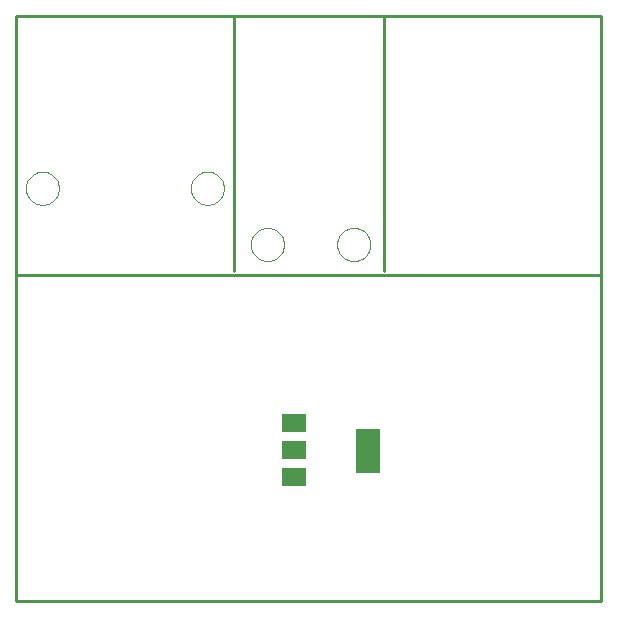
<source format=gbp>
G75*
G70*
%OFA0B0*%
%FSLAX24Y24*%
%IPPOS*%
%LPD*%
%AMOC8*
5,1,8,0,0,1.08239X$1,22.5*
%
%ADD10C,0.0000*%
%ADD11C,0.0100*%
%ADD12R,0.0790X0.0590*%
%ADD13R,0.0790X0.1500*%
D10*
X000750Y000138D02*
X000750Y010995D01*
X020252Y010995D01*
X020252Y000138D01*
X000750Y000138D01*
X000750Y000150D02*
X000750Y019650D01*
X020250Y019650D01*
X020250Y000150D01*
X000750Y000150D01*
X008574Y012025D02*
X008576Y012072D01*
X008582Y012118D01*
X008592Y012164D01*
X008605Y012209D01*
X008623Y012252D01*
X008644Y012294D01*
X008668Y012334D01*
X008696Y012371D01*
X008727Y012406D01*
X008761Y012439D01*
X008797Y012468D01*
X008836Y012494D01*
X008877Y012517D01*
X008920Y012536D01*
X008964Y012552D01*
X009009Y012564D01*
X009055Y012572D01*
X009102Y012576D01*
X009148Y012576D01*
X009195Y012572D01*
X009241Y012564D01*
X009286Y012552D01*
X009330Y012536D01*
X009373Y012517D01*
X009414Y012494D01*
X009453Y012468D01*
X009489Y012439D01*
X009523Y012406D01*
X009554Y012371D01*
X009582Y012334D01*
X009606Y012294D01*
X009627Y012252D01*
X009645Y012209D01*
X009658Y012164D01*
X009668Y012118D01*
X009674Y012072D01*
X009676Y012025D01*
X009674Y011978D01*
X009668Y011932D01*
X009658Y011886D01*
X009645Y011841D01*
X009627Y011798D01*
X009606Y011756D01*
X009582Y011716D01*
X009554Y011679D01*
X009523Y011644D01*
X009489Y011611D01*
X009453Y011582D01*
X009414Y011556D01*
X009373Y011533D01*
X009330Y011514D01*
X009286Y011498D01*
X009241Y011486D01*
X009195Y011478D01*
X009148Y011474D01*
X009102Y011474D01*
X009055Y011478D01*
X009009Y011486D01*
X008964Y011498D01*
X008920Y011514D01*
X008877Y011533D01*
X008836Y011556D01*
X008797Y011582D01*
X008761Y011611D01*
X008727Y011644D01*
X008696Y011679D01*
X008668Y011716D01*
X008644Y011756D01*
X008623Y011798D01*
X008605Y011841D01*
X008592Y011886D01*
X008582Y011932D01*
X008576Y011978D01*
X008574Y012025D01*
X006574Y013900D02*
X006576Y013947D01*
X006582Y013993D01*
X006592Y014039D01*
X006605Y014084D01*
X006623Y014127D01*
X006644Y014169D01*
X006668Y014209D01*
X006696Y014246D01*
X006727Y014281D01*
X006761Y014314D01*
X006797Y014343D01*
X006836Y014369D01*
X006877Y014392D01*
X006920Y014411D01*
X006964Y014427D01*
X007009Y014439D01*
X007055Y014447D01*
X007102Y014451D01*
X007148Y014451D01*
X007195Y014447D01*
X007241Y014439D01*
X007286Y014427D01*
X007330Y014411D01*
X007373Y014392D01*
X007414Y014369D01*
X007453Y014343D01*
X007489Y014314D01*
X007523Y014281D01*
X007554Y014246D01*
X007582Y014209D01*
X007606Y014169D01*
X007627Y014127D01*
X007645Y014084D01*
X007658Y014039D01*
X007668Y013993D01*
X007674Y013947D01*
X007676Y013900D01*
X007674Y013853D01*
X007668Y013807D01*
X007658Y013761D01*
X007645Y013716D01*
X007627Y013673D01*
X007606Y013631D01*
X007582Y013591D01*
X007554Y013554D01*
X007523Y013519D01*
X007489Y013486D01*
X007453Y013457D01*
X007414Y013431D01*
X007373Y013408D01*
X007330Y013389D01*
X007286Y013373D01*
X007241Y013361D01*
X007195Y013353D01*
X007148Y013349D01*
X007102Y013349D01*
X007055Y013353D01*
X007009Y013361D01*
X006964Y013373D01*
X006920Y013389D01*
X006877Y013408D01*
X006836Y013431D01*
X006797Y013457D01*
X006761Y013486D01*
X006727Y013519D01*
X006696Y013554D01*
X006668Y013591D01*
X006644Y013631D01*
X006623Y013673D01*
X006605Y013716D01*
X006592Y013761D01*
X006582Y013807D01*
X006576Y013853D01*
X006574Y013900D01*
X001074Y013900D02*
X001076Y013947D01*
X001082Y013993D01*
X001092Y014039D01*
X001105Y014084D01*
X001123Y014127D01*
X001144Y014169D01*
X001168Y014209D01*
X001196Y014246D01*
X001227Y014281D01*
X001261Y014314D01*
X001297Y014343D01*
X001336Y014369D01*
X001377Y014392D01*
X001420Y014411D01*
X001464Y014427D01*
X001509Y014439D01*
X001555Y014447D01*
X001602Y014451D01*
X001648Y014451D01*
X001695Y014447D01*
X001741Y014439D01*
X001786Y014427D01*
X001830Y014411D01*
X001873Y014392D01*
X001914Y014369D01*
X001953Y014343D01*
X001989Y014314D01*
X002023Y014281D01*
X002054Y014246D01*
X002082Y014209D01*
X002106Y014169D01*
X002127Y014127D01*
X002145Y014084D01*
X002158Y014039D01*
X002168Y013993D01*
X002174Y013947D01*
X002176Y013900D01*
X002174Y013853D01*
X002168Y013807D01*
X002158Y013761D01*
X002145Y013716D01*
X002127Y013673D01*
X002106Y013631D01*
X002082Y013591D01*
X002054Y013554D01*
X002023Y013519D01*
X001989Y013486D01*
X001953Y013457D01*
X001914Y013431D01*
X001873Y013408D01*
X001830Y013389D01*
X001786Y013373D01*
X001741Y013361D01*
X001695Y013353D01*
X001648Y013349D01*
X001602Y013349D01*
X001555Y013353D01*
X001509Y013361D01*
X001464Y013373D01*
X001420Y013389D01*
X001377Y013408D01*
X001336Y013431D01*
X001297Y013457D01*
X001261Y013486D01*
X001227Y013519D01*
X001196Y013554D01*
X001168Y013591D01*
X001144Y013631D01*
X001123Y013673D01*
X001105Y013716D01*
X001092Y013761D01*
X001082Y013807D01*
X001076Y013853D01*
X001074Y013900D01*
X011449Y012025D02*
X011451Y012072D01*
X011457Y012118D01*
X011467Y012164D01*
X011480Y012209D01*
X011498Y012252D01*
X011519Y012294D01*
X011543Y012334D01*
X011571Y012371D01*
X011602Y012406D01*
X011636Y012439D01*
X011672Y012468D01*
X011711Y012494D01*
X011752Y012517D01*
X011795Y012536D01*
X011839Y012552D01*
X011884Y012564D01*
X011930Y012572D01*
X011977Y012576D01*
X012023Y012576D01*
X012070Y012572D01*
X012116Y012564D01*
X012161Y012552D01*
X012205Y012536D01*
X012248Y012517D01*
X012289Y012494D01*
X012328Y012468D01*
X012364Y012439D01*
X012398Y012406D01*
X012429Y012371D01*
X012457Y012334D01*
X012481Y012294D01*
X012502Y012252D01*
X012520Y012209D01*
X012533Y012164D01*
X012543Y012118D01*
X012549Y012072D01*
X012551Y012025D01*
X012549Y011978D01*
X012543Y011932D01*
X012533Y011886D01*
X012520Y011841D01*
X012502Y011798D01*
X012481Y011756D01*
X012457Y011716D01*
X012429Y011679D01*
X012398Y011644D01*
X012364Y011611D01*
X012328Y011582D01*
X012289Y011556D01*
X012248Y011533D01*
X012205Y011514D01*
X012161Y011498D01*
X012116Y011486D01*
X012070Y011478D01*
X012023Y011474D01*
X011977Y011474D01*
X011930Y011478D01*
X011884Y011486D01*
X011839Y011498D01*
X011795Y011514D01*
X011752Y011533D01*
X011711Y011556D01*
X011672Y011582D01*
X011636Y011611D01*
X011602Y011644D01*
X011571Y011679D01*
X011543Y011716D01*
X011519Y011756D01*
X011498Y011798D01*
X011480Y011841D01*
X011467Y011886D01*
X011457Y011932D01*
X011451Y011978D01*
X011449Y012025D01*
D11*
X013000Y011150D02*
X013000Y019650D01*
X020250Y019650D01*
X020250Y011025D01*
X020250Y000150D01*
X000750Y000150D01*
X000750Y011025D01*
X000750Y019650D01*
X013000Y019650D01*
X008000Y019650D02*
X008000Y011150D01*
X000750Y011025D02*
X020250Y011025D01*
D12*
X010010Y006060D03*
X010010Y005160D03*
X010010Y004260D03*
D13*
X012490Y005150D03*
M02*

</source>
